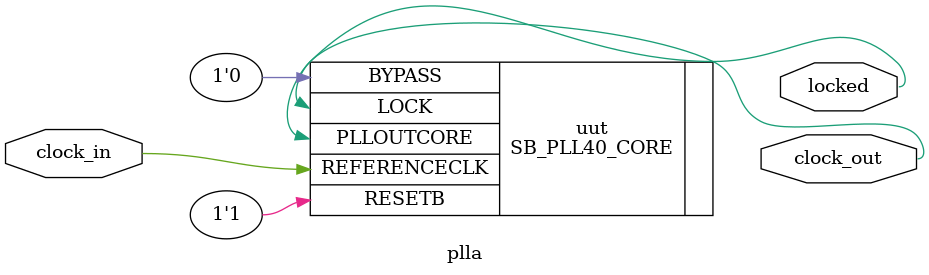
<source format=v>
/**
 * PLL configuration
 *
 * This Verilog module was generated automatically
 * using the icepll tool from the IceStorm project.
 * Use at your own risk.
 *
 * Given input frequency:        12.000 MHz
 * Requested output frequency:   96.000 MHz
 * Achieved output frequency:    96.000 MHz
 */

module plla(
	input  clock_in,
	output clock_out,
	output locked
	);

SB_PLL40_CORE #(
		.FEEDBACK_PATH("SIMPLE"),
		.DIVR(4'b0000),		// DIVR =  0
		.DIVF(7'b0111111),	// DIVF = 63
		.DIVQ(3'b011),		// DIVQ =  3
		.FILTER_RANGE(3'b001)	// FILTER_RANGE = 1
	) uut (
		.LOCK(locked),
		.RESETB(1'b1),
		.BYPASS(1'b0),
		.REFERENCECLK(clock_in),
		.PLLOUTCORE(clock_out)
		);

endmodule

</source>
